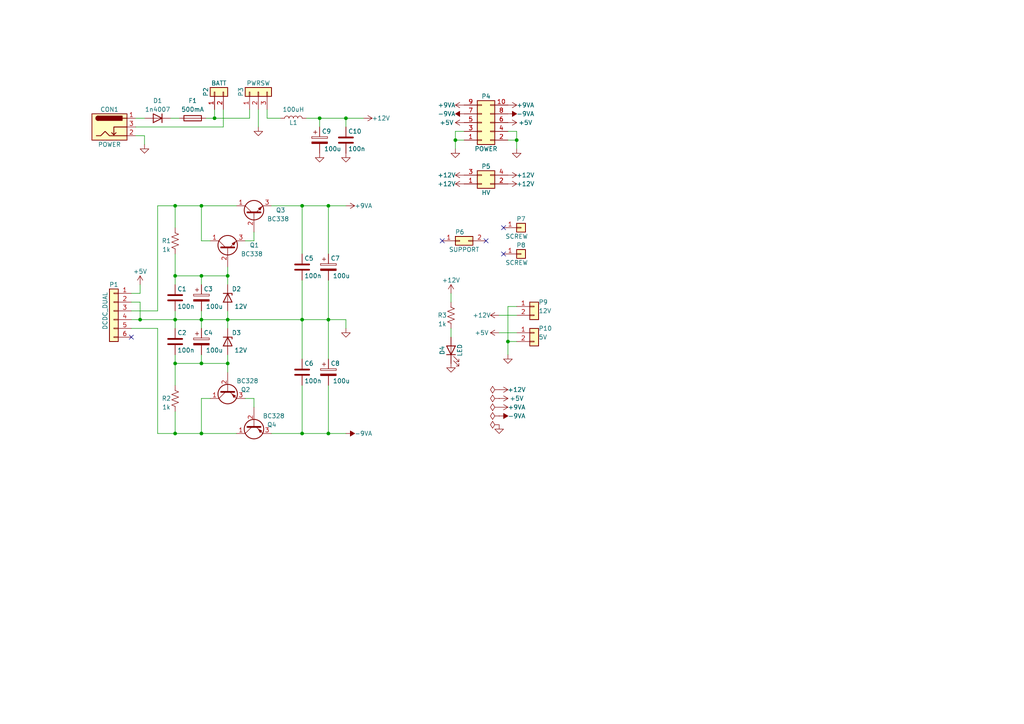
<source format=kicad_sch>
(kicad_sch (version 20211123) (generator eeschema)
  (paper "A4")
  (lib_symbols
    (symbol "Connector:Barrel_Jack_Switch" (pin_names hide)
      (property "Reference" "J" (at 0 5.334 0))
      (property "Value" "Barrel_Jack_Switch" (at 0 -5.08 0))
      (symbol "Barrel_Jack_Switch_0_1"
        (rectangle (start -5.08 3.81) (end 5.08 -3.81) (stroke (width 0.254)) (fill (type background)))
        (arc (start -3.302 3.175) (mid -3.937 2.54) (end -3.302 1.905) (stroke (width 0.254)))
        (arc (start -3.302 3.175) (mid -3.937 2.54) (end -3.302 1.905) (stroke (width 0.254)) (fill (type outline)))
        (polyline (pts (xy 1.27 -2.286) (xy 1.905 -1.651)) (stroke (width 0.254)))
        (polyline (pts (xy 5.08 2.54) (xy 3.81 2.54)) (stroke (width 0.254)))
        (polyline (pts (xy 5.08 0) (xy 1.27 0) (xy 1.27 -2.286) (xy 0.635 -1.651)) (stroke (width 0.254)))
        (polyline (pts (xy -3.81 -2.54) (xy -2.54 -2.54) (xy -1.27 -1.27) (xy 0 -2.54) (xy 2.54 -2.54) (xy 5.08 -2.54)) (stroke (width 0.254)))
        (rectangle (start 3.683 3.175) (end -3.302 1.905) (stroke (width 0.254)) (fill (type outline)))
      )
      (symbol "Barrel_Jack_Switch_1_1"
        (pin passive line (at 7.62 2.54 180) (length 2.54) (name "~") (number "1"))
        (pin passive line (at 7.62 -2.54 180) (length 2.54) (name "~") (number "2"))
        (pin passive line (at 7.62 0 180) (length 2.54) (name "~") (number "3"))
      )
    )
    (symbol "Connector_Generic:Conn_01x01" (pin_names (offset 1.016) hide)
      (property "Reference" "J" (at 0 2.54 0))
      (property "Value" "Conn_01x01" (at 0 -2.54 0))
      (symbol "Conn_01x01_1_1"
        (rectangle (start -1.27 0.127) (end 0 -0.127) (stroke (width 0.1524)))
        (rectangle (start -1.27 1.27) (end 1.27 -1.27) (stroke (width 0.254)) (fill (type background)))
        (pin passive line (at -5.08 0 0) (length 3.81) (name "Pin_1") (number "1"))
      )
    )
    (symbol "Connector_Generic:Conn_01x02" (pin_names (offset 1.016) hide)
      (property "Reference" "J" (at 0 2.54 0))
      (property "Value" "Conn_01x02" (at 0 -5.08 0))
      (symbol "Conn_01x02_1_1"
        (rectangle (start -1.27 -2.413) (end 0 -2.667) (stroke (width 0.1524)))
        (rectangle (start -1.27 0.127) (end 0 -0.127) (stroke (width 0.1524)))
        (rectangle (start -1.27 1.27) (end 1.27 -3.81) (stroke (width 0.254)) (fill (type background)))
        (pin passive line (at -5.08 0 0) (length 3.81) (name "Pin_1") (number "1"))
        (pin passive line (at -5.08 -2.54 0) (length 3.81) (name "Pin_2") (number "2"))
      )
    )
    (symbol "Connector_Generic:Conn_01x03" (pin_names (offset 1.016) hide)
      (property "Reference" "J" (at 0 5.08 0))
      (property "Value" "Conn_01x03" (at 0 -5.08 0))
      (symbol "Conn_01x03_1_1"
        (rectangle (start -1.27 -2.413) (end 0 -2.667) (stroke (width 0.1524)))
        (rectangle (start -1.27 0.127) (end 0 -0.127) (stroke (width 0.1524)))
        (rectangle (start -1.27 2.667) (end 0 2.413) (stroke (width 0.1524)))
        (rectangle (start -1.27 3.81) (end 1.27 -3.81) (stroke (width 0.254)) (fill (type background)))
        (pin passive line (at -5.08 2.54 0) (length 3.81) (name "Pin_1") (number "1"))
        (pin passive line (at -5.08 0 0) (length 3.81) (name "Pin_2") (number "2"))
        (pin passive line (at -5.08 -2.54 0) (length 3.81) (name "Pin_3") (number "3"))
      )
    )
    (symbol "Connector_Generic:Conn_01x06" (pin_names (offset 1.016) hide)
      (property "Reference" "J" (at 0 7.62 0))
      (property "Value" "Conn_01x06" (at 0 -10.16 0))
      (symbol "Conn_01x06_1_1"
        (rectangle (start -1.27 -7.493) (end 0 -7.747) (stroke (width 0.1524)))
        (rectangle (start -1.27 -4.953) (end 0 -5.207) (stroke (width 0.1524)))
        (rectangle (start -1.27 -2.413) (end 0 -2.667) (stroke (width 0.1524)))
        (rectangle (start -1.27 0.127) (end 0 -0.127) (stroke (width 0.1524)))
        (rectangle (start -1.27 2.667) (end 0 2.413) (stroke (width 0.1524)))
        (rectangle (start -1.27 5.207) (end 0 4.953) (stroke (width 0.1524)))
        (rectangle (start -1.27 6.35) (end 1.27 -8.89) (stroke (width 0.254)) (fill (type background)))
        (pin passive line (at -5.08 5.08 0) (length 3.81) (name "Pin_1") (number "1"))
        (pin passive line (at -5.08 2.54 0) (length 3.81) (name "Pin_2") (number "2"))
        (pin passive line (at -5.08 0 0) (length 3.81) (name "Pin_3") (number "3"))
        (pin passive line (at -5.08 -2.54 0) (length 3.81) (name "Pin_4") (number "4"))
        (pin passive line (at -5.08 -5.08 0) (length 3.81) (name "Pin_5") (number "5"))
        (pin passive line (at -5.08 -7.62 0) (length 3.81) (name "Pin_6") (number "6"))
      )
    )
    (symbol "Connector_Generic:Conn_02x01" (pin_names (offset 1.016) hide)
      (property "Reference" "J" (at 1.27 2.54 0))
      (property "Value" "Conn_02x01" (at 1.27 -2.54 0))
      (symbol "Conn_02x01_1_1"
        (rectangle (start -1.27 0.127) (end 0 -0.127) (stroke (width 0.1524)))
        (rectangle (start -1.27 1.27) (end 3.81 -1.27) (stroke (width 0.254)) (fill (type background)))
        (rectangle (start 3.81 0.127) (end 2.54 -0.127) (stroke (width 0.1524)))
        (pin passive line (at -5.08 0 0) (length 3.81) (name "Pin_1") (number "1"))
        (pin passive line (at 7.62 0 180) (length 3.81) (name "Pin_2") (number "2"))
      )
    )
    (symbol "Connector_Generic:Conn_02x02_Odd_Even" (pin_names (offset 1.016) hide)
      (property "Reference" "J" (at 1.27 2.54 0))
      (property "Value" "Conn_02x02_Odd_Even" (at 1.27 -5.08 0))
      (symbol "Conn_02x02_Odd_Even_1_1"
        (rectangle (start -1.27 -2.413) (end 0 -2.667) (stroke (width 0.1524)))
        (rectangle (start -1.27 0.127) (end 0 -0.127) (stroke (width 0.1524)))
        (rectangle (start -1.27 1.27) (end 3.81 -3.81) (stroke (width 0.254)) (fill (type background)))
        (rectangle (start 3.81 -2.413) (end 2.54 -2.667) (stroke (width 0.1524)))
        (rectangle (start 3.81 0.127) (end 2.54 -0.127) (stroke (width 0.1524)))
        (pin passive line (at -5.08 0 0) (length 3.81) (name "Pin_1") (number "1"))
        (pin passive line (at 7.62 0 180) (length 3.81) (name "Pin_2") (number "2"))
        (pin passive line (at -5.08 -2.54 0) (length 3.81) (name "Pin_3") (number "3"))
        (pin passive line (at 7.62 -2.54 180) (length 3.81) (name "Pin_4") (number "4"))
      )
    )
    (symbol "Connector_Generic:Conn_02x05_Odd_Even" (pin_names (offset 1.016) hide)
      (property "Reference" "J" (at 1.27 7.62 0))
      (property "Value" "Conn_02x05_Odd_Even" (at 1.27 -7.62 0))
      (symbol "Conn_02x05_Odd_Even_1_1"
        (rectangle (start -1.27 -4.953) (end 0 -5.207) (stroke (width 0.1524)))
        (rectangle (start -1.27 -2.413) (end 0 -2.667) (stroke (width 0.1524)))
        (rectangle (start -1.27 0.127) (end 0 -0.127) (stroke (width 0.1524)))
        (rectangle (start -1.27 2.667) (end 0 2.413) (stroke (width 0.1524)))
        (rectangle (start -1.27 5.207) (end 0 4.953) (stroke (width 0.1524)))
        (rectangle (start -1.27 6.35) (end 3.81 -6.35) (stroke (width 0.254)) (fill (type background)))
        (rectangle (start 3.81 -4.953) (end 2.54 -5.207) (stroke (width 0.1524)))
        (rectangle (start 3.81 -2.413) (end 2.54 -2.667) (stroke (width 0.1524)))
        (rectangle (start 3.81 0.127) (end 2.54 -0.127) (stroke (width 0.1524)))
        (rectangle (start 3.81 2.667) (end 2.54 2.413) (stroke (width 0.1524)))
        (rectangle (start 3.81 5.207) (end 2.54 4.953) (stroke (width 0.1524)))
        (pin passive line (at -5.08 5.08 0) (length 3.81) (name "Pin_1") (number "1"))
        (pin passive line (at 7.62 -5.08 180) (length 3.81) (name "Pin_10") (number "10"))
        (pin passive line (at 7.62 5.08 180) (length 3.81) (name "Pin_2") (number "2"))
        (pin passive line (at -5.08 2.54 0) (length 3.81) (name "Pin_3") (number "3"))
        (pin passive line (at 7.62 2.54 180) (length 3.81) (name "Pin_4") (number "4"))
        (pin passive line (at -5.08 0 0) (length 3.81) (name "Pin_5") (number "5"))
        (pin passive line (at 7.62 0 180) (length 3.81) (name "Pin_6") (number "6"))
        (pin passive line (at -5.08 -2.54 0) (length 3.81) (name "Pin_7") (number "7"))
        (pin passive line (at 7.62 -2.54 180) (length 3.81) (name "Pin_8") (number "8"))
        (pin passive line (at -5.08 -5.08 0) (length 3.81) (name "Pin_9") (number "9"))
      )
    )
    (symbol "Device:C" (pin_numbers hide) (pin_names (offset 0.254))
      (property "Reference" "C" (at 0.635 2.54 0))
      (property "Value" "C" (at 0.635 -2.54 0))
      (symbol "C_0_1"
        (polyline (pts (xy -2.032 -0.762) (xy 2.032 -0.762)) (stroke (width 0.508)))
        (polyline (pts (xy -2.032 0.762) (xy 2.032 0.762)) (stroke (width 0.508)))
      )
      (symbol "C_1_1"
        (pin passive line (at 0 3.81 270) (length 2.794) (name "~") (number "1"))
        (pin passive line (at 0 -3.81 90) (length 2.794) (name "~") (number "2"))
      )
    )
    (symbol "Device:C_Polarized" (pin_numbers hide) (pin_names (offset 0.254))
      (property "Reference" "C" (at 0.635 2.54 0))
      (property "Value" "C_Polarized" (at 0.635 -2.54 0))
      (symbol "C_Polarized_0_1"
        (rectangle (start -2.286 0.508) (end 2.286 1.016))
        (polyline (pts (xy -1.778 2.286) (xy -0.762 2.286)))
        (polyline (pts (xy -1.27 2.794) (xy -1.27 1.778)))
        (rectangle (start 2.286 -0.508) (end -2.286 -1.016) (fill (type outline)))
      )
      (symbol "C_Polarized_1_1"
        (pin passive line (at 0 3.81 270) (length 2.794) (name "~") (number "1"))
        (pin passive line (at 0 -3.81 90) (length 2.794) (name "~") (number "2"))
      )
    )
    (symbol "Device:D" (pin_numbers hide) (pin_names (offset 1.016) hide)
      (property "Reference" "D" (at 0 2.54 0))
      (property "Value" "D" (at 0 -2.54 0))
      (symbol "D_0_1"
        (polyline (pts (xy -1.27 1.27) (xy -1.27 -1.27)) (stroke (width 0.254)))
        (polyline (pts (xy 1.27 0) (xy -1.27 0)))
        (polyline (pts (xy 1.27 1.27) (xy 1.27 -1.27) (xy -1.27 0) (xy 1.27 1.27)) (stroke (width 0.254)))
      )
      (symbol "D_1_1"
        (pin passive line (at -3.81 0 0) (length 2.54) (name "K") (number "1"))
        (pin passive line (at 3.81 0 180) (length 2.54) (name "A") (number "2"))
      )
    )
    (symbol "Device:D_Zener" (pin_numbers hide) (pin_names (offset 1.016) hide)
      (property "Reference" "D" (at 0 2.54 0))
      (property "Value" "D_Zener" (at 0 -2.54 0))
      (symbol "D_Zener_0_1"
        (polyline (pts (xy 1.27 0) (xy -1.27 0)))
        (polyline (pts (xy -1.27 -1.27) (xy -1.27 1.27) (xy -0.762 1.27)) (stroke (width 0.254)))
        (polyline (pts (xy 1.27 -1.27) (xy 1.27 1.27) (xy -1.27 0) (xy 1.27 -1.27)) (stroke (width 0.254)))
      )
      (symbol "D_Zener_1_1"
        (pin passive line (at -3.81 0 0) (length 2.54) (name "K") (number "1"))
        (pin passive line (at 3.81 0 180) (length 2.54) (name "A") (number "2"))
      )
    )
    (symbol "Device:Fuse" (pin_numbers hide) (pin_names (offset 0))
      (property "Reference" "F" (at 2.032 0 90))
      (property "Value" "Fuse" (at -1.905 0 90))
      (symbol "Fuse_0_1"
        (rectangle (start -0.762 -2.54) (end 0.762 2.54) (stroke (width 0.254)))
        (polyline (pts (xy 0 2.54) (xy 0 -2.54)))
      )
      (symbol "Fuse_1_1"
        (pin passive line (at 0 3.81 270) (length 1.27) (name "~") (number "1"))
        (pin passive line (at 0 -3.81 90) (length 1.27) (name "~") (number "2"))
      )
    )
    (symbol "Device:L" (pin_numbers hide) (pin_names (offset 1.016) hide)
      (property "Reference" "L" (at -1.27 0 90))
      (property "Value" "L" (at 1.905 0 90))
      (symbol "L_0_1"
        (arc (start 0 -2.54) (mid 0.635 -1.905) (end 0 -1.27))
        (arc (start 0 -1.27) (mid 0.635 -0.635) (end 0 0))
        (arc (start 0 0) (mid 0.635 0.635) (end 0 1.27))
        (arc (start 0 1.27) (mid 0.635 1.905) (end 0 2.54))
      )
      (symbol "L_1_1"
        (pin passive line (at 0 3.81 270) (length 1.27) (name "1") (number "1"))
        (pin passive line (at 0 -3.81 90) (length 1.27) (name "2") (number "2"))
      )
    )
    (symbol "Device:LED" (pin_numbers hide) (pin_names (offset 1.016) hide)
      (property "Reference" "D" (at 0 2.54 0))
      (property "Value" "LED" (at 0 -2.54 0))
      (symbol "LED_0_1"
        (polyline (pts (xy -1.27 -1.27) (xy -1.27 1.27)) (stroke (width 0.254)))
        (polyline (pts (xy -1.27 0) (xy 1.27 0)))
        (polyline (pts (xy 1.27 -1.27) (xy 1.27 1.27) (xy -1.27 0) (xy 1.27 -1.27)) (stroke (width 0.254)))
        (polyline (pts (xy -3.048 -0.762) (xy -4.572 -2.286) (xy -3.81 -2.286) (xy -4.572 -2.286) (xy -4.572 -1.524)))
        (polyline (pts (xy -1.778 -0.762) (xy -3.302 -2.286) (xy -2.54 -2.286) (xy -3.302 -2.286) (xy -3.302 -1.524)))
      )
      (symbol "LED_1_1"
        (pin passive line (at -3.81 0 0) (length 2.54) (name "K") (number "1"))
        (pin passive line (at 3.81 0 180) (length 2.54) (name "A") (number "2"))
      )
    )
    (symbol "Device:R_US" (pin_numbers hide) (pin_names (offset 0))
      (property "Reference" "R" (at 2.54 0 90))
      (property "Value" "R_US" (at -2.54 0 90))
      (symbol "R_US_0_1"
        (polyline (pts (xy 0 -2.286) (xy 0 -2.54)))
        (polyline (pts (xy 0 2.286) (xy 0 2.54)))
        (polyline (pts (xy 0 -0.762) (xy 1.016 -1.143) (xy 0 -1.524) (xy -1.016 -1.905) (xy 0 -2.286)))
        (polyline (pts (xy 0 0.762) (xy 1.016 0.381) (xy 0 0) (xy -1.016 -0.381) (xy 0 -0.762)))
        (polyline (pts (xy 0 2.286) (xy 1.016 1.905) (xy 0 1.524) (xy -1.016 1.143) (xy 0 0.762)))
      )
      (symbol "R_US_1_1"
        (pin passive line (at 0 3.81 270) (length 1.27) (name "~") (number "1"))
        (pin passive line (at 0 -3.81 90) (length 1.27) (name "~") (number "2"))
      )
    )
    (symbol "Transistor_BJT:BC328" (pin_names (offset 0) hide)
      (property "Reference" "Q" (at 5.08 1.905 0))
      (property "Value" "BC328" (at 5.08 0 0))
      (symbol "BC328_0_1"
        (polyline (pts (xy 0.635 0.635) (xy 2.54 2.54)))
        (polyline (pts (xy 0.635 -0.635) (xy 2.54 -2.54) (xy 2.54 -2.54)))
        (polyline (pts (xy 0.635 1.905) (xy 0.635 -1.905) (xy 0.635 -1.905)) (stroke (width 0.508)))
        (polyline (pts (xy 2.286 -1.778) (xy 1.778 -2.286) (xy 1.27 -1.27) (xy 2.286 -1.778) (xy 2.286 -1.778)) (fill (type outline)))
        (circle (center 1.27 0) (radius 2.8194) (stroke (width 0.254)))
      )
      (symbol "BC328_1_1"
        (pin passive line (at 2.54 5.08 270) (length 2.54) (name "C") (number "1"))
        (pin input line (at -5.08 0 0) (length 5.715) (name "B") (number "2"))
        (pin passive line (at 2.54 -5.08 90) (length 2.54) (name "E") (number "3"))
      )
    )
    (symbol "Transistor_BJT:BC338" (pin_names (offset 0) hide)
      (property "Reference" "Q" (at 5.08 1.905 0))
      (property "Value" "BC338" (at 5.08 0 0))
      (symbol "BC338_0_1"
        (polyline (pts (xy 0 0) (xy 0.635 0)))
        (polyline (pts (xy 0.635 0.635) (xy 2.54 2.54)))
        (polyline (pts (xy 0.635 -0.635) (xy 2.54 -2.54) (xy 2.54 -2.54)))
        (polyline (pts (xy 0.635 1.905) (xy 0.635 -1.905) (xy 0.635 -1.905)) (stroke (width 0.508)))
        (polyline (pts (xy 1.27 -1.778) (xy 1.778 -1.27) (xy 2.286 -2.286) (xy 1.27 -1.778) (xy 1.27 -1.778)) (fill (type outline)))
        (circle (center 1.27 0) (radius 2.8194) (stroke (width 0.254)))
      )
      (symbol "BC338_1_1"
        (pin passive line (at 2.54 5.08 270) (length 2.54) (name "C") (number "1"))
        (pin input line (at -5.08 0 0) (length 5.08) (name "B") (number "2"))
        (pin passive line (at 2.54 -5.08 90) (length 2.54) (name "E") (number "3"))
      )
    )
    (symbol "power:+12V" (power) (pin_names (offset 0))
      (property "Value" "+12V" (at 0 3.556 0))
      (symbol "+12V_0_1"
        (polyline (pts (xy -0.762 1.27) (xy 0 2.54)))
        (polyline (pts (xy 0 0) (xy 0 2.54)))
        (polyline (pts (xy 0 2.54) (xy 0.762 1.27)))
      )
      (symbol "+12V_1_1"
        (pin power_in line (at 0 0 90) (length 0) hide (name "+12V") (number "1"))
      )
    )
    (symbol "power:+5V" (power) (pin_names (offset 0))
      (property "Value" "+5V" (at 0 3.556 0))
      (symbol "+5V_0_1"
        (polyline (pts (xy -0.762 1.27) (xy 0 2.54)))
        (polyline (pts (xy 0 0) (xy 0 2.54)))
        (polyline (pts (xy 0 2.54) (xy 0.762 1.27)))
      )
      (symbol "+5V_1_1"
        (pin power_in line (at 0 0 90) (length 0) hide (name "+5V") (number "1"))
      )
    )
    (symbol "power:+9VA" (power) (pin_names (offset 0))
      (property "Value" "+9VA" (at 0 3.81 0))
      (symbol "+9VA_0_1"
        (polyline (pts (xy -0.762 1.27) (xy 0 2.54)))
        (polyline (pts (xy 0 0) (xy 0 2.54)))
        (polyline (pts (xy 0 2.54) (xy 0.762 1.27)))
      )
      (symbol "+9VA_1_1"
        (pin power_in line (at 0 0 90) (length 0) hide (name "+9VA") (number "1"))
      )
    )
    (symbol "power:-9VA" (power) (pin_names (offset 0))
      (property "Value" "-9VA" (at 0 3.81 0))
      (symbol "-9VA_0_1"
        (polyline (pts (xy 0 0) (xy 0 2.54)))
        (polyline (pts (xy 0.762 1.27) (xy -0.762 1.27) (xy 0 2.54) (xy 0.762 1.27)) (fill (type outline)))
      )
      (symbol "-9VA_1_1"
        (pin power_in line (at 0 0 90) (length 0) hide (name "-9VA") (number "1"))
      )
    )
    (symbol "power:GND" (power) (pin_names (offset 0))
      (property "Value" "GND" (at 0 -3.81 0))
      (symbol "GND_0_1"
        (polyline (pts (xy 0 0) (xy 0 -1.27) (xy 1.27 -1.27) (xy 0 -2.54) (xy -1.27 -1.27) (xy 0 -1.27)))
      )
      (symbol "GND_1_1"
        (pin power_in line (at 0 0 270) (length 0) hide (name "GND") (number "1"))
      )
    )
    (symbol "power:PWR_FLAG" (power) (pin_numbers hide) (pin_names (offset 0) hide)
      (property "Value" "PWR_FLAG" (at 0 3.81 0))
      (symbol "PWR_FLAG_0_0"
        (pin power_out line (at 0 0 90) (length 0) (name "pwr") (number "1"))
      )
      (symbol "PWR_FLAG_0_1"
        (polyline (pts (xy 0 0) (xy 0 1.27) (xy -1.016 1.905) (xy 0 2.54) (xy 1.016 1.905) (xy 0 1.27)))
      )
    )
  )
  (junction (at 50.8 92.71))
  (junction (at 50.8 125.73))
  (junction (at 40.64 92.71))
  (junction (at 66.04 105.41))
  (junction (at 58.42 80.01))
  (junction (at 100.33 34.29))
  (junction (at 58.42 125.73))
  (junction (at 95.25 92.71))
  (junction (at 50.8 59.69))
  (junction (at 66.04 92.71))
  (junction (at 87.63 59.69))
  (junction (at 95.25 59.69))
  (junction (at 58.42 59.69))
  (junction (at 58.42 105.41))
  (junction (at 149.86 40.64))
  (junction (at 87.63 92.71))
  (junction (at 147.32 99.06))
  (junction (at 62.23 34.29))
  (junction (at 92.71 34.29))
  (junction (at 58.42 92.71))
  (junction (at 87.63 125.73))
  (junction (at 50.8 80.01))
  (junction (at 66.04 80.01))
  (junction (at 132.08 40.64))
  (junction (at 95.25 125.73))
  (junction (at 50.8 105.41))
  (no_connect (at 146.05 73.66))
  (no_connect (at 38.1 97.79))
  (no_connect (at 128.27 69.85))
  (no_connect (at 140.97 69.85))
  (no_connect (at 146.05 66.04))
  (wire (pts (xy 58.42 80.01) (xy 66.04 80.01)))
  (wire (pts (xy 50.8 90.17) (xy 50.8 92.71)))
  (wire (pts (xy 73.66 115.57) (xy 73.66 118.11)))
  (wire (pts (xy 66.04 92.71) (xy 66.04 95.25)))
  (wire (pts (xy 50.8 105.41) (xy 50.8 111.76)))
  (wire (pts (xy 87.63 92.71) (xy 87.63 104.14)))
  (wire (pts (xy 39.37 36.83) (xy 64.77 36.83)))
  (wire (pts (xy 71.12 115.57) (xy 73.66 115.57)))
  (wire (pts (xy 95.25 92.71) (xy 100.33 92.71)))
  (wire (pts (xy 72.39 34.29) (xy 72.39 31.75)))
  (wire (pts (xy 66.04 80.01) (xy 66.04 82.55)))
  (wire (pts (xy 39.37 34.29) (xy 41.91 34.29)))
  (wire (pts (xy 95.25 125.73) (xy 100.33 125.73)))
  (wire (pts (xy 45.72 95.25) (xy 45.72 125.73)))
  (wire (pts (xy 58.42 115.57) (xy 58.42 125.73)))
  (wire (pts (xy 50.8 125.73) (xy 58.42 125.73)))
  (wire (pts (xy 88.9 34.29) (xy 92.71 34.29)))
  (wire (pts (xy 66.04 90.17) (xy 66.04 92.71)))
  (wire (pts (xy 45.72 125.73) (xy 50.8 125.73)))
  (wire (pts (xy 147.32 88.9) (xy 147.32 99.06)))
  (wire (pts (xy 58.42 90.17) (xy 58.42 92.71)))
  (wire (pts (xy 149.86 38.1) (xy 149.86 40.64)))
  (wire (pts (xy 58.42 125.73) (xy 68.58 125.73)))
  (wire (pts (xy 50.8 92.71) (xy 50.8 95.25)))
  (wire (pts (xy 38.1 90.17) (xy 45.72 90.17)))
  (wire (pts (xy 147.32 99.06) (xy 147.32 102.87)))
  (wire (pts (xy 144.78 91.44) (xy 149.86 91.44)))
  (wire (pts (xy 50.8 80.01) (xy 58.42 80.01)))
  (wire (pts (xy 87.63 125.73) (xy 95.25 125.73)))
  (wire (pts (xy 71.12 69.85) (xy 73.66 69.85)))
  (wire (pts (xy 78.74 125.73) (xy 87.63 125.73)))
  (wire (pts (xy 77.47 31.75) (xy 77.47 34.29)))
  (wire (pts (xy 62.23 34.29) (xy 72.39 34.29)))
  (wire (pts (xy 40.64 87.63) (xy 40.64 92.71)))
  (wire (pts (xy 50.8 80.01) (xy 50.8 82.55)))
  (wire (pts (xy 92.71 36.83) (xy 92.71 34.29)))
  (wire (pts (xy 149.86 96.52) (xy 144.78 96.52)))
  (wire (pts (xy 58.42 92.71) (xy 58.42 95.25)))
  (wire (pts (xy 100.33 34.29) (xy 105.41 34.29)))
  (wire (pts (xy 87.63 59.69) (xy 95.25 59.69)))
  (wire (pts (xy 60.96 115.57) (xy 58.42 115.57)))
  (wire (pts (xy 45.72 59.69) (xy 50.8 59.69)))
  (wire (pts (xy 50.8 102.87) (xy 50.8 105.41)))
  (wire (pts (xy 78.74 59.69) (xy 87.63 59.69)))
  (wire (pts (xy 58.42 102.87) (xy 58.42 105.41)))
  (wire (pts (xy 38.1 95.25) (xy 45.72 95.25)))
  (wire (pts (xy 130.81 95.25) (xy 130.81 97.79)))
  (wire (pts (xy 58.42 92.71) (xy 66.04 92.71)))
  (wire (pts (xy 149.86 99.06) (xy 147.32 99.06)))
  (wire (pts (xy 95.25 92.71) (xy 95.25 104.14)))
  (wire (pts (xy 92.71 34.29) (xy 100.33 34.29)))
  (wire (pts (xy 41.91 39.37) (xy 41.91 41.91)))
  (wire (pts (xy 73.66 69.85) (xy 73.66 67.31)))
  (wire (pts (xy 147.32 40.64) (xy 149.86 40.64)))
  (wire (pts (xy 134.62 40.64) (xy 132.08 40.64)))
  (wire (pts (xy 58.42 105.41) (xy 66.04 105.41)))
  (wire (pts (xy 50.8 66.04) (xy 50.8 59.69)))
  (wire (pts (xy 38.1 87.63) (xy 40.64 87.63)))
  (wire (pts (xy 77.47 34.29) (xy 81.28 34.29)))
  (wire (pts (xy 50.8 92.71) (xy 58.42 92.71)))
  (wire (pts (xy 62.23 31.75) (xy 62.23 34.29)))
  (wire (pts (xy 38.1 92.71) (xy 40.64 92.71)))
  (wire (pts (xy 147.32 38.1) (xy 149.86 38.1)))
  (wire (pts (xy 95.25 81.28) (xy 95.25 92.71)))
  (wire (pts (xy 58.42 82.55) (xy 58.42 80.01)))
  (wire (pts (xy 58.42 59.69) (xy 68.58 59.69)))
  (wire (pts (xy 95.25 111.76) (xy 95.25 125.73)))
  (wire (pts (xy 95.25 59.69) (xy 100.33 59.69)))
  (wire (pts (xy 149.86 88.9) (xy 147.32 88.9)))
  (wire (pts (xy 66.04 77.47) (xy 66.04 80.01)))
  (wire (pts (xy 40.64 85.09) (xy 40.64 82.55)))
  (wire (pts (xy 100.33 92.71) (xy 100.33 95.25)))
  (wire (pts (xy 40.64 92.71) (xy 50.8 92.71)))
  (wire (pts (xy 132.08 40.64) (xy 132.08 43.18)))
  (wire (pts (xy 38.1 85.09) (xy 40.64 85.09)))
  (wire (pts (xy 130.81 85.09) (xy 130.81 87.63)))
  (wire (pts (xy 74.93 31.75) (xy 74.93 36.83)))
  (wire (pts (xy 66.04 105.41) (xy 66.04 107.95)))
  (wire (pts (xy 64.77 36.83) (xy 64.77 31.75)))
  (wire (pts (xy 132.08 38.1) (xy 132.08 40.64)))
  (wire (pts (xy 59.69 34.29) (xy 62.23 34.29)))
  (wire (pts (xy 58.42 69.85) (xy 58.42 59.69)))
  (wire (pts (xy 50.8 59.69) (xy 58.42 59.69)))
  (wire (pts (xy 87.63 111.76) (xy 87.63 125.73)))
  (wire (pts (xy 50.8 73.66) (xy 50.8 80.01)))
  (wire (pts (xy 66.04 92.71) (xy 87.63 92.71)))
  (wire (pts (xy 39.37 39.37) (xy 41.91 39.37)))
  (wire (pts (xy 66.04 102.87) (xy 66.04 105.41)))
  (wire (pts (xy 95.25 73.66) (xy 95.25 59.69)))
  (wire (pts (xy 49.53 34.29) (xy 52.07 34.29)))
  (wire (pts (xy 87.63 81.28) (xy 87.63 92.71)))
  (wire (pts (xy 149.86 40.64) (xy 149.86 43.18)))
  (wire (pts (xy 87.63 92.71) (xy 95.25 92.71)))
  (wire (pts (xy 50.8 105.41) (xy 58.42 105.41)))
  (wire (pts (xy 60.96 69.85) (xy 58.42 69.85)))
  (wire (pts (xy 100.33 34.29) (xy 100.33 36.83)))
  (wire (pts (xy 87.63 73.66) (xy 87.63 59.69)))
  (wire (pts (xy 50.8 119.38) (xy 50.8 125.73)))
  (wire (pts (xy 45.72 90.17) (xy 45.72 59.69)))
  (wire (pts (xy 134.62 38.1) (xy 132.08 38.1)))
  (symbol (lib_id "Connector_Generic:Conn_02x05_Odd_Even") (at 139.7 35.56 0) (mirror x) (unit 1)
    (property "Reference" "P4" (at 140.97 27.94 0))
    (property "Value" "POWER" (at 140.97 43.18 0))
    (property "Footprint" "Connector_PinHeader_2.54mm:PinHeader_2x05_P2.54mm_Vertical" (effects hide))
  )
  (symbol (lib_id "Connector_Generic:Conn_02x02_Odd_Even") (at 139.7 53.34 0) (mirror x) (unit 1)
    (property "Reference" "P5" (at 140.97 48.26 0))
    (property "Value" "HV" (at 140.97 55.88 0))
    (property "Footprint" "Connector_PinHeader_2.54mm:PinHeader_2x02_P2.54mm_Vertical" (effects hide))
  )
  (symbol (lib_id "Connector:Barrel_Jack_Switch") (at 31.75 36.83 0) (unit 1)
    (property "Reference" "CON1" (at 31.75 31.75 0))
    (property "Value" "POWER" (at 31.75 41.91 0))
    (property "Footprint" "Connector_BarrelJack:BarrelJack_Horizontal" (effects hide))
  )
  (symbol (lib_id "Connector_Generic:Conn_02x01") (at 133.35 69.85 0) (unit 1)
    (property "Reference" "P6" (at 133.35 67.31 0))
    (property "Value" "SUPPORT" (at 134.62 72.39 0))
    (property "Footprint" "Connector_PinHeader_2.54mm:PinHeader_1x02_P2.54mm_Vertical" (effects hide))
  )
  (symbol (lib_id "Connector_Generic:Conn_01x02") (at 62.23 26.67 90) (unit 1)
    (property "Reference" "P2" (at 59.69 26.67 0))
    (property "Value" "BATT" (at 63.5 24.13 90))
    (property "Footprint" "Connector_PinHeader_2.54mm:PinHeader_1x02_P2.54mm_Vertical" (effects hide))
  )
  (symbol (lib_id "power:GND") (at 41.91 41.91 0) (unit 1)
    (property "Reference" "#PWR01" (effects hide))
    (property "Value" "GND" (effects hide))
  )
  (symbol (lib_id "Device:Fuse") (at 55.88 34.29 90) (unit 1)
    (property "Reference" "F1" (at 55.88 29.21 90))
    (property "Value" "500mA" (at 55.88 31.75 90))
    (property "Footprint" "Fuse:Fuseholder_Cylinder-5x20mm_Schurter_0031_8201_Horizontal_Open" (effects hide))
  )
  (symbol (lib_id "power:+12V") (at 105.41 34.29 270) (unit 1)
    (property "Reference" "#PWR02" (effects hide))
    (property "Value" "+12V" (at 110.49 34.29 90))
  )
  (symbol (lib_id "Device:L") (at 85.09 34.29 90) (unit 1)
    (property "Reference" "L1" (at 85.09 35.56 90))
    (property "Value" "100uH" (at 85.09 31.75 90))
    (property "Footprint" "Inductor_THT:L_Toroid_Horizontal_D3.2mm_P6.40mm_Diameter3-5mm_Amidon-T12" (effects hide))
  )
  (symbol (lib_id "Device:C_Polarized") (at 92.71 40.64 0) (unit 1)
    (property "Reference" "C9" (at 93.345 38.1 0) (effects (justify left)))
    (property "Value" "100u" (at 93.98 43.18 0) (effects (justify left)))
    (property "Footprint" "Capacitor_THT:CP_Radial_D5.0mm_P2.50mm" (effects hide))
  )
  (symbol (lib_id "Device:C") (at 100.33 40.64 0) (unit 1)
    (property "Reference" "C10" (at 100.965 38.1 0) (effects (justify left)))
    (property "Value" "100n" (at 100.965 43.18 0) (effects (justify left)))
    (property "Footprint" "Capacitor_THT:C_Disc_D3.0mm_W1.6mm_P2.50mm" (effects hide))
  )
  (symbol (lib_id "power:GND") (at 92.71 44.45 0) (unit 1)
    (property "Reference" "#PWR03" (effects hide))
    (property "Value" "GND" (effects hide))
  )
  (symbol (lib_id "power:GND") (at 100.33 44.45 0) (unit 1)
    (property "Reference" "#PWR04" (effects hide))
    (property "Value" "GND" (effects hide))
  )
  (symbol (lib_id "power:+12V") (at 144.78 91.44 90) (unit 1)
    (property "Reference" "#PWR05" (effects hide))
    (property "Value" "+12V" (at 139.7 91.44 90))
  )
  (symbol (lib_id "power:GND") (at 147.32 102.87 0) (unit 1)
    (property "Reference" "#PWR06" (effects hide))
    (property "Value" "GND" (effects hide))
  )
  (symbol (lib_id "power:+12V") (at 147.32 50.8 270) (unit 1)
    (property "Reference" "#PWR07" (effects hide))
    (property "Value" "+12V" (at 152.4 50.8 90))
  )
  (symbol (lib_id "power:+12V") (at 147.32 53.34 270) (unit 1)
    (property "Reference" "#PWR08" (effects hide))
    (property "Value" "+12V" (at 152.4 53.34 90))
  )
  (symbol (lib_id "power:+12V") (at 134.62 50.8 90) (mirror x) (unit 1)
    (property "Reference" "#PWR09" (effects hide))
    (property "Value" "+12V" (at 129.54 50.8 90))
  )
  (symbol (lib_id "power:+12V") (at 134.62 53.34 90) (mirror x) (unit 1)
    (property "Reference" "#PWR010" (effects hide))
    (property "Value" "+12V" (at 129.54 53.34 90))
  )
  (symbol (lib_id "power:+12V") (at 130.81 85.09 0) (unit 1)
    (property "Reference" "#PWR011" (effects hide))
    (property "Value" "+12V" (at 130.81 81.28 0))
  )
  (symbol (lib_id "Device:R_US") (at 130.81 91.44 0) (unit 1)
    (property "Reference" "R3" (at 128.27 91.44 0))
    (property "Value" "1k" (at 128.27 93.98 0))
    (property "Footprint" "Resistor_THT:R_Axial_DIN0204_L3.6mm_D1.6mm_P2.54mm_Vertical" (effects hide))
  )
  (symbol (lib_id "power:GND") (at 130.81 105.41 0) (unit 1)
    (property "Reference" "#PWR012" (effects hide))
    (property "Value" "GND" (effects hide))
  )
  (symbol (lib_id "power:+5V") (at 144.78 96.52 90) (unit 1)
    (property "Reference" "#PWR013" (effects hide))
    (property "Value" "+5V" (at 139.7 96.52 90))
  )
  (symbol (lib_id "power:+5V") (at 147.32 35.56 270) (unit 1)
    (property "Reference" "#PWR014" (effects hide))
    (property "Value" "+5V" (at 152.4 35.56 90))
  )
  (symbol (lib_id "power:+5V") (at 134.62 35.56 90) (mirror x) (unit 1)
    (property "Reference" "#PWR015" (effects hide))
    (property "Value" "+5V" (at 129.54 35.56 90))
  )
  (symbol (lib_id "power:GND") (at 132.08 43.18 0) (unit 1)
    (property "Reference" "#PWR016" (effects hide))
    (property "Value" "GND" (effects hide))
  )
  (symbol (lib_id "power:GND") (at 149.86 43.18 0) (unit 1)
    (property "Reference" "#PWR017" (effects hide))
    (property "Value" "GND" (effects hide))
  )
  (symbol (lib_id "Connector_Generic:Conn_01x06") (at 33.02 90.17 0) (mirror y) (unit 1)
    (property "Reference" "P1" (at 33.02 82.55 0))
    (property "Value" "DCDC_DUAL" (at 30.48 90.17 90))
    (property "Footprint" "Connector_PinHeader_2.54mm:PinHeader_1x06_P2.54mm_Vertical" (effects hide))
  )
  (symbol (lib_id "power:+5V") (at 40.64 82.55 0) (unit 1)
    (property "Reference" "#PWR018" (effects hide))
    (property "Value" "+5V" (at 40.64 78.74 0))
  )
  (symbol (lib_id "power:GND") (at 100.33 95.25 0) (unit 1)
    (property "Reference" "#PWR019" (effects hide))
    (property "Value" "GND" (effects hide))
  )
  (symbol (lib_id "Transistor_BJT:BC338") (at 73.66 62.23 90) (unit 1)
    (property "Reference" "Q3" (at 80.01 60.96 90) (effects (justify right)))
    (property "Value" "BC338" (at 77.47 63.5 90) (effects (justify right)))
    (property "Footprint" "Package_TO_SOT_THT:TO-92" (effects hide))
    (property "Datasheet" "http://diotec.com/tl_files/diotec/files/pdf/datasheets/bc337" (effects hide))
  )
  (symbol (lib_id "Transistor_BJT:BC338") (at 66.04 72.39 90) (unit 1)
    (property "Reference" "Q1" (at 72.39 71.12 90) (effects (justify right)))
    (property "Value" "BC338" (at 69.85 73.66 90) (effects (justify right)))
    (property "Footprint" "Package_TO_SOT_THT:TO-92" (effects hide))
    (property "Datasheet" "http://diotec.com/tl_files/diotec/files/pdf/datasheets/bc337" (effects hide))
  )
  (symbol (lib_id "Device:R_US") (at 50.8 69.85 0) (unit 1)
    (property "Reference" "R1" (at 48.26 69.85 0))
    (property "Value" "1k" (at 48.26 72.39 0))
    (property "Footprint" "Resistor_THT:R_Axial_DIN0204_L3.6mm_D1.6mm_P2.54mm_Vertical" (effects hide))
  )
  (symbol (lib_id "Device:C") (at 50.8 86.36 0) (unit 1)
    (property "Reference" "C1" (at 51.435 83.82 0) (effects (justify left)))
    (property "Value" "100n" (at 51.435 88.9 0) (effects (justify left)))
    (property "Footprint" "Capacitor_THT:C_Disc_D3.0mm_W1.6mm_P2.50mm" (effects hide))
  )
  (symbol (lib_id "Device:D_Zener") (at 66.04 86.36 270) (unit 1)
    (property "Reference" "D2" (at 68.58 83.82 90))
    (property "Value" "12V" (at 69.85 88.9 90))
    (property "Footprint" "Diode_THT:D_DO-35_SOD27_P7.62mm_Horizontal" (effects hide))
  )
  (symbol (lib_id "Device:C_Polarized") (at 58.42 86.36 0) (unit 1)
    (property "Reference" "C3" (at 59.055 83.82 0) (effects (justify left)))
    (property "Value" "100u" (at 59.69 88.9 0) (effects (justify left)))
    (property "Footprint" "Capacitor_THT:CP_Radial_D5.0mm_P2.50mm" (effects hide))
  )
  (symbol (lib_id "Device:C") (at 87.63 77.47 0) (unit 1)
    (property "Reference" "C5" (at 88.265 74.93 0) (effects (justify left)))
    (property "Value" "100n" (at 88.265 80.01 0) (effects (justify left)))
    (property "Footprint" "Capacitor_THT:C_Disc_D3.0mm_W1.6mm_P2.50mm" (effects hide))
  )
  (symbol (lib_id "Device:C_Polarized") (at 95.25 77.47 0) (unit 1)
    (property "Reference" "C7" (at 95.885 74.93 0) (effects (justify left)))
    (property "Value" "100u" (at 96.52 80.01 0) (effects (justify left)))
    (property "Footprint" "Capacitor_THT:CP_Radial_D5.0mm_P2.50mm" (effects hide))
  )
  (symbol (lib_id "Device:C") (at 50.8 99.06 0) (unit 1)
    (property "Reference" "C2" (at 51.435 96.52 0) (effects (justify left)))
    (property "Value" "100n" (at 51.435 101.6 0) (effects (justify left)))
    (property "Footprint" "Capacitor_THT:C_Disc_D3.0mm_W1.6mm_P2.50mm" (effects hide))
  )
  (symbol (lib_id "Device:C_Polarized") (at 58.42 99.06 0) (unit 1)
    (property "Reference" "C4" (at 59.055 96.52 0) (effects (justify left)))
    (property "Value" "100u" (at 59.69 101.6 0) (effects (justify left)))
    (property "Footprint" "Capacitor_THT:CP_Radial_D5.0mm_P2.50mm" (effects hide))
  )
  (symbol (lib_id "Device:D_Zener") (at 66.04 99.06 270) (unit 1)
    (property "Reference" "D3" (at 68.58 96.52 90))
    (property "Value" "12V" (at 69.85 101.6 90))
    (property "Footprint" "Diode_THT:D_DO-35_SOD27_P7.62mm_Horizontal" (effects hide))
  )
  (symbol (lib_id "Device:C") (at 87.63 107.95 0) (unit 1)
    (property "Reference" "C6" (at 88.265 105.41 0) (effects (justify left)))
    (property "Value" "100n" (at 88.265 110.49 0) (effects (justify left)))
    (property "Footprint" "Capacitor_THT:C_Disc_D3.0mm_W1.6mm_P2.50mm" (effects hide))
  )
  (symbol (lib_id "Device:C_Polarized") (at 95.25 107.95 0) (unit 1)
    (property "Reference" "C8" (at 95.885 105.41 0) (effects (justify left)))
    (property "Value" "100u" (at 96.52 110.49 0) (effects (justify left)))
    (property "Footprint" "Capacitor_THT:CP_Radial_D5.0mm_P2.50mm" (effects hide))
  )
  (symbol (lib_id "Transistor_BJT:BC328") (at 66.04 113.03 90) (mirror x) (unit 1)
    (property "Reference" "Q2" (at 69.85 113.03 90) (effects (justify right)))
    (property "Value" "BC328" (at 68.58 110.49 90) (effects (justify right)))
    (property "Footprint" "Package_TO_SOT_THT:TO-92" (effects hide))
    (property "Datasheet" "http://www.redrok.com/PNP_BC327_-45V_-800mA_0.625W_Hfe100_TO-92.pdf" (effects hide))
  )
  (symbol (lib_id "Transistor_BJT:BC328") (at 73.66 123.19 90) (mirror x) (unit 1)
    (property "Reference" "Q4" (at 77.47 123.19 90) (effects (justify right)))
    (property "Value" "BC328" (at 76.2 120.65 90) (effects (justify right)))
    (property "Footprint" "Package_TO_SOT_THT:TO-92" (effects hide))
    (property "Datasheet" "http://www.redrok.com/PNP_BC327_-45V_-800mA_0.625W_Hfe100_TO-92.pdf" (effects hide))
  )
  (symbol (lib_id "Device:R_US") (at 50.8 115.57 0) (unit 1)
    (property "Reference" "R2" (at 48.26 115.57 0))
    (property "Value" "1k" (at 48.26 118.11 0))
    (property "Footprint" "Resistor_THT:R_Axial_DIN0204_L3.6mm_D1.6mm_P2.54mm_Vertical" (effects hide))
  )
  (symbol (lib_id "power:+9VA") (at 100.33 59.69 270) (unit 1)
    (property "Reference" "#PWR020" (effects hide))
    (property "Value" "+9VA" (at 105.41 59.69 90))
  )
  (symbol (lib_id "power:-9VA") (at 100.33 125.73 270) (unit 1)
    (property "Reference" "#PWR021" (effects hide))
    (property "Value" "-9VA" (at 105.41 125.73 90))
  )
  (symbol (lib_id "Connector_Generic:Conn_01x03") (at 74.93 26.67 90) (unit 1)
    (property "Reference" "P3" (at 69.85 26.67 0))
    (property "Value" "PWRSW" (at 74.93 24.13 90))
    (property "Footprint" "Connector_PinHeader_2.54mm:PinHeader_1x03_P2.54mm_Vertical" (effects hide))
  )
  (symbol (lib_id "power:GND") (at 74.93 36.83 0) (unit 1)
    (property "Reference" "#PWR022" (effects hide))
    (property "Value" "GND" (effects hide))
  )
  (symbol (lib_id "power:+9VA") (at 147.32 30.48 270) (unit 1)
    (property "Reference" "#PWR023" (effects hide))
    (property "Value" "+9VA" (at 152.4 30.48 90))
  )
  (symbol (lib_id "power:+9VA") (at 134.62 30.48 90) (mirror x) (unit 1)
    (property "Reference" "#PWR024" (effects hide))
    (property "Value" "+9VA" (at 129.54 30.48 90))
  )
  (symbol (lib_id "power:-9VA") (at 147.32 33.02 270) (unit 1)
    (property "Reference" "#PWR025" (effects hide))
    (property "Value" "-9VA" (at 152.4 33.02 90))
  )
  (symbol (lib_id "power:-9VA") (at 134.62 33.02 90) (mirror x) (unit 1)
    (property "Reference" "#PWR026" (effects hide))
    (property "Value" "-9VA" (at 129.54 33.02 90))
  )
  (symbol (lib_id "power:PWR_FLAG") (at 144.78 113.03 90) (unit 1)
    (property "Reference" "#FLG027" (effects hide))
    (property "Value" "PWR_FLAG" (effects hide))
  )
  (symbol (lib_id "power:PWR_FLAG") (at 144.78 115.57 90) (unit 1)
    (property "Reference" "#FLG028" (effects hide))
    (property "Value" "PWR_FLAG" (effects hide))
  )
  (symbol (lib_id "power:PWR_FLAG") (at 144.78 118.11 90) (unit 1)
    (property "Reference" "#FLG029" (effects hide))
    (property "Value" "PWR_FLAG" (effects hide))
  )
  (symbol (lib_id "power:PWR_FLAG") (at 144.78 120.65 90) (unit 1)
    (property "Reference" "#FLG030" (effects hide))
    (property "Value" "PWR_FLAG" (effects hide))
  )
  (symbol (lib_id "power:PWR_FLAG") (at 144.78 123.19 90) (unit 1)
    (property "Reference" "#FLG031" (effects hide))
    (property "Value" "PWR_FLAG" (effects hide))
  )
  (symbol (lib_id "power:+12V") (at 144.78 113.03 270) (unit 1)
    (property "Reference" "#PWR032" (effects hide))
    (property "Value" "+12V" (at 149.86 113.03 90))
  )
  (symbol (lib_id "power:+5V") (at 144.78 115.57 270) (unit 1)
    (property "Reference" "#PWR033" (effects hide))
    (property "Value" "+5V" (at 149.86 115.57 90))
  )
  (symbol (lib_id "power:+9VA") (at 144.78 118.11 270) (unit 1)
    (property "Reference" "#PWR034" (effects hide))
    (property "Value" "+9VA" (at 149.86 118.11 90))
  )
  (symbol (lib_id "power:-9VA") (at 144.78 120.65 270) (unit 1)
    (property "Reference" "#PWR035" (effects hide))
    (property "Value" "-9VA" (at 149.86 120.65 90))
  )
  (symbol (lib_id "power:GND") (at 144.78 123.19 0) (unit 1)
    (property "Reference" "#PWR036" (effects hide))
    (property "Value" "GND" (effects hide))
  )
  (symbol (lib_id "Device:D") (at 45.72 34.29 180) (unit 1)
    (property "Reference" "D1" (at 45.72 29.21 0))
    (property "Value" "1n4007" (at 45.72 31.75 0))
    (property "Footprint" "Diode_THT:D_DO-41_SOD81_P3.81mm_Vertical_KathodeUp" (effects hide))
  )
  (symbol (lib_id "Device:LED") (at 130.81 101.6 90) (unit 1)
    (property "Reference" "D4" (at 128.27 101.6 0))
    (property "Value" "LED" (at 133.35 101.6 0))
    (property "Footprint" "LED_THT:LED_D3.0mm" (effects hide))
  )
  (symbol (lib_id "Connector_Generic:Conn_01x01") (at 151.13 66.04 0) (unit 1)
    (property "Reference" "P7" (at 151.13 63.5 0))
    (property "Value" "SCREW" (at 149.86 68.58 0))
    (property "Footprint" "MountingHole:MountingHole_2.7mm_M2.5_ISO14580_Pad" (effects hide))
  )
  (symbol (lib_id "Connector_Generic:Conn_01x01") (at 151.13 73.66 0) (unit 1)
    (property "Reference" "P8" (at 151.13 71.12 0))
    (property "Value" "SCREW" (at 149.86 76.2 0))
    (property "Footprint" "MountingHole:MountingHole_2.7mm_M2.5_ISO14580_Pad" (effects hide))
  )
  (symbol (lib_id "Connector_Generic:Conn_01x02") (at 154.94 88.9 0) (unit 1)
    (property "Reference" "P9" (at 156.21 87.63 0) (effects (justify left)))
    (property "Value" "12V" (at 156.21 90.17 0) (effects (justify left)))
    (property "Footprint" "Connector_Phoenix_MC_HighVoltage:PhoenixContact_MCV_1,5_2-G-5.08_1x02_P5.08mm_Vertical" (effects hide))
  )
  (symbol (lib_id "Connector_Generic:Conn_01x02") (at 154.94 96.52 0) (unit 1)
    (property "Reference" "P10" (at 156.21 95.25 0) (effects (justify left)))
    (property "Value" "5V" (at 156.21 97.79 0) (effects (justify left)))
    (property "Footprint" "Connector_Phoenix_MC_HighVoltage:PhoenixContact_MCV_1,5_2-G-5.08_1x02_P5.08mm_Vertical" (effects hide))
  )
)
</source>
